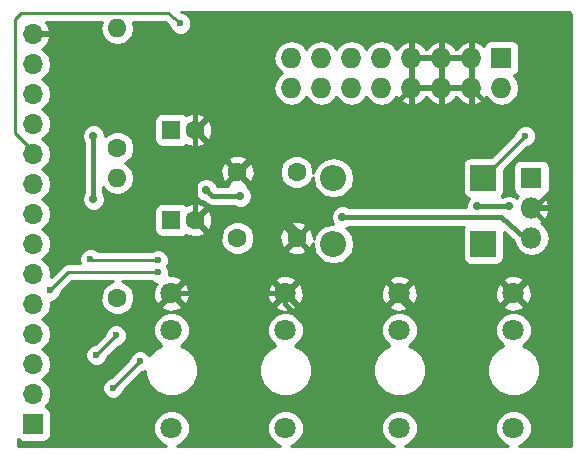
<source format=gbl>
%TF.GenerationSoftware,KiCad,Pcbnew,4.0.6*%
%TF.CreationDate,2017-08-26T10:37:18+02:00*%
%TF.ProjectId,EW Power Breakout,455720506F77657220427265616B6F75,1.0*%
%TF.FileFunction,Copper,L2,Bot,Signal*%
%FSLAX46Y46*%
G04 Gerber Fmt 4.6, Leading zero omitted, Abs format (unit mm)*
G04 Created by KiCad (PCBNEW 4.0.6) date 2017 August 26, Saturday 10:37:18*
%MOMM*%
%LPD*%
G01*
G04 APERTURE LIST*
%ADD10C,0.100000*%
%ADD11R,1.727200X1.727200*%
%ADD12O,1.727200X1.727200*%
%ADD13C,1.800000*%
%ADD14R,1.600000X1.600000*%
%ADD15C,1.600000*%
%ADD16R,2.200000X2.200000*%
%ADD17O,2.200000X2.200000*%
%ADD18R,1.700000X1.700000*%
%ADD19O,1.700000X1.700000*%
%ADD20O,1.600000X1.600000*%
%ADD21R,1.800000X1.800000*%
%ADD22O,1.800000X1.800000*%
%ADD23C,0.700000*%
%ADD24C,0.600000*%
%ADD25C,0.400000*%
%ADD26C,0.250000*%
%ADD27C,0.254000*%
G04 APERTURE END LIST*
D10*
D11*
X196596000Y-111252000D03*
D12*
X196596000Y-113792000D03*
X194056000Y-111252000D03*
X194056000Y-113792000D03*
X191516000Y-111252000D03*
X191516000Y-113792000D03*
X188976000Y-111252000D03*
X188976000Y-113792000D03*
X186436000Y-111252000D03*
X186436000Y-113792000D03*
X183896000Y-111252000D03*
X183896000Y-113792000D03*
X181356000Y-111252000D03*
X181356000Y-113792000D03*
X178816000Y-111252000D03*
X178816000Y-113792000D03*
D13*
X168656000Y-134288000D03*
X168656000Y-131188000D03*
X168656000Y-142588000D03*
D14*
X168656000Y-124968000D03*
D15*
X170656000Y-124968000D03*
D14*
X168656000Y-117348000D03*
D15*
X170656000Y-117348000D03*
X174244000Y-120904000D03*
X179244000Y-120904000D03*
X174244000Y-126492000D03*
X179244000Y-126492000D03*
D16*
X195072000Y-121412000D03*
D17*
X182372000Y-121412000D03*
D16*
X195072000Y-127000000D03*
D17*
X182372000Y-127000000D03*
D18*
X156972000Y-142240000D03*
D19*
X156972000Y-139700000D03*
X156972000Y-137160000D03*
X156972000Y-134620000D03*
X156972000Y-132080000D03*
X156972000Y-129540000D03*
X156972000Y-127000000D03*
X156972000Y-124460000D03*
X156972000Y-121920000D03*
X156972000Y-119380000D03*
X156972000Y-116840000D03*
X156972000Y-114300000D03*
X156972000Y-111760000D03*
X156972000Y-109220000D03*
D15*
X164084000Y-118872000D03*
D20*
X164084000Y-108712000D03*
D15*
X164084000Y-131572000D03*
D20*
X164084000Y-121412000D03*
D21*
X199136000Y-121412000D03*
D22*
X199136000Y-123952000D03*
X199136000Y-126492000D03*
D13*
X178308000Y-134288000D03*
X178308000Y-131188000D03*
X178308000Y-142588000D03*
X187960000Y-134288000D03*
X187960000Y-131188000D03*
X187960000Y-142588000D03*
X197612000Y-134288000D03*
X197612000Y-131188000D03*
X197612000Y-142588000D03*
D23*
X174498000Y-122936000D03*
X171577000Y-122428000D03*
X197231000Y-123825000D03*
X194564000Y-123825000D03*
X162052000Y-117856000D03*
X162052000Y-123190000D03*
X183134000Y-124714000D03*
D24*
X198628000Y-117856000D03*
X169418000Y-108331000D03*
X165989000Y-136906000D03*
X163703000Y-139192000D03*
X162306000Y-136398000D03*
X163957000Y-134747000D03*
X167513000Y-129413000D03*
X158369000Y-130937000D03*
X167513000Y-128397000D03*
X161798000Y-128270000D03*
D25*
X172085000Y-122936000D02*
X174498000Y-122936000D01*
X171577000Y-122428000D02*
X172085000Y-122936000D01*
X197231000Y-123825000D02*
X194564000Y-123825000D01*
X188976000Y-111252000D02*
X188976000Y-110744000D01*
X199136000Y-123952000D02*
X199390000Y-123952000D01*
X199390000Y-123952000D02*
X200914000Y-122428000D01*
X196088000Y-115824000D02*
X194056000Y-113792000D01*
X198120000Y-115824000D02*
X196088000Y-115824000D01*
X200914000Y-118618000D02*
X198120000Y-115824000D01*
X200914000Y-122428000D02*
X200914000Y-118618000D01*
X174244000Y-120904000D02*
X174371000Y-120904000D01*
X174371000Y-120904000D02*
X179705000Y-115570000D01*
X187198000Y-115570000D02*
X188976000Y-113792000D01*
X179705000Y-115570000D02*
X187198000Y-115570000D01*
X178308000Y-131188000D02*
X178308000Y-132080000D01*
X178308000Y-132080000D02*
X186436000Y-140208000D01*
X186436000Y-140208000D02*
X196596000Y-140208000D01*
X187960000Y-131188000D02*
X187960000Y-131572000D01*
X187960000Y-131572000D02*
X196596000Y-140208000D01*
X196596000Y-140208000D02*
X199136000Y-140208000D01*
X199136000Y-140208000D02*
X200660000Y-138684000D01*
X200660000Y-138684000D02*
X200660000Y-134236000D01*
X200660000Y-134236000D02*
X197612000Y-131188000D01*
X156972000Y-109220000D02*
X161544000Y-109220000D01*
X164084000Y-111760000D02*
X170656000Y-111760000D01*
X161544000Y-109220000D02*
X164084000Y-111760000D01*
X170656000Y-117348000D02*
X170656000Y-111760000D01*
X170656000Y-117348000D02*
X170656000Y-124968000D01*
X174244000Y-120904000D02*
X174212000Y-120904000D01*
X174212000Y-120904000D02*
X170656000Y-117348000D01*
X174212000Y-120904000D02*
X179244000Y-125936000D01*
X179244000Y-125936000D02*
X179244000Y-126492000D01*
X197612000Y-131188000D02*
X197612000Y-131064000D01*
X197612000Y-131064000D02*
X201168000Y-127508000D01*
X201168000Y-127508000D02*
X201168000Y-125984000D01*
X201168000Y-125984000D02*
X199136000Y-123952000D01*
X168656000Y-131188000D02*
X178308000Y-131188000D01*
X162052000Y-123190000D02*
X162052000Y-117856000D01*
X199136000Y-126492000D02*
X198628000Y-126492000D01*
X198628000Y-126492000D02*
X196596000Y-124714000D01*
X196596000Y-124714000D02*
X183134000Y-124714000D01*
D26*
X198628000Y-117856000D02*
X195072000Y-121412000D01*
X156972000Y-119380000D02*
X156972000Y-119126000D01*
X156972000Y-119126000D02*
X155448000Y-117602000D01*
X155448000Y-117602000D02*
X155448000Y-107950000D01*
X155448000Y-107950000D02*
X155956000Y-107442000D01*
X155956000Y-107442000D02*
X168402000Y-107442000D01*
X168402000Y-107442000D02*
X169418000Y-108331000D01*
X163703000Y-139192000D02*
X165989000Y-136906000D01*
X162306000Y-136398000D02*
X163957000Y-134747000D01*
X159893000Y-129413000D02*
X167513000Y-129413000D01*
X158369000Y-130937000D02*
X159893000Y-129413000D01*
X161925000Y-128397000D02*
X167513000Y-128397000D01*
X161798000Y-128270000D02*
X161925000Y-128397000D01*
D27*
G36*
X202490000Y-107538305D02*
X202490000Y-144048394D01*
X202468394Y-144070000D01*
X198044902Y-144070000D01*
X198480371Y-143890068D01*
X198912551Y-143458643D01*
X199146733Y-142894670D01*
X199147265Y-142284009D01*
X198914068Y-141719629D01*
X198482643Y-141287449D01*
X197918670Y-141053267D01*
X197308009Y-141052735D01*
X196743629Y-141285932D01*
X196311449Y-141717357D01*
X196077267Y-142281330D01*
X196076735Y-142891991D01*
X196309932Y-143456371D01*
X196741357Y-143888551D01*
X197178335Y-144070000D01*
X188392902Y-144070000D01*
X188828371Y-143890068D01*
X189260551Y-143458643D01*
X189494733Y-142894670D01*
X189495265Y-142284009D01*
X189262068Y-141719629D01*
X188830643Y-141287449D01*
X188266670Y-141053267D01*
X187656009Y-141052735D01*
X187091629Y-141285932D01*
X186659449Y-141717357D01*
X186425267Y-142281330D01*
X186424735Y-142891991D01*
X186657932Y-143456371D01*
X187089357Y-143888551D01*
X187526335Y-144070000D01*
X178740902Y-144070000D01*
X179176371Y-143890068D01*
X179608551Y-143458643D01*
X179842733Y-142894670D01*
X179843265Y-142284009D01*
X179610068Y-141719629D01*
X179178643Y-141287449D01*
X178614670Y-141053267D01*
X178004009Y-141052735D01*
X177439629Y-141285932D01*
X177007449Y-141717357D01*
X176773267Y-142281330D01*
X176772735Y-142891991D01*
X177005932Y-143456371D01*
X177437357Y-143888551D01*
X177874335Y-144070000D01*
X169088902Y-144070000D01*
X169524371Y-143890068D01*
X169956551Y-143458643D01*
X170190733Y-142894670D01*
X170191265Y-142284009D01*
X169958068Y-141719629D01*
X169526643Y-141287449D01*
X168962670Y-141053267D01*
X168352009Y-141052735D01*
X167787629Y-141285932D01*
X167355449Y-141717357D01*
X167121267Y-142281330D01*
X167120735Y-142891991D01*
X167353932Y-143456371D01*
X167785357Y-143888551D01*
X168222335Y-144070000D01*
X155650000Y-144070000D01*
X155650000Y-143529149D01*
X155657910Y-143541441D01*
X155870110Y-143686431D01*
X156122000Y-143737440D01*
X157822000Y-143737440D01*
X158057317Y-143693162D01*
X158273441Y-143554090D01*
X158418431Y-143341890D01*
X158469440Y-143090000D01*
X158469440Y-141390000D01*
X158425162Y-141154683D01*
X158286090Y-140938559D01*
X158073890Y-140793569D01*
X158006459Y-140779914D01*
X158051147Y-140750054D01*
X158373054Y-140268285D01*
X158486093Y-139700000D01*
X158421878Y-139377167D01*
X162767838Y-139377167D01*
X162909883Y-139720943D01*
X163172673Y-139984192D01*
X163516201Y-140126838D01*
X163888167Y-140127162D01*
X164231943Y-139985117D01*
X164495192Y-139722327D01*
X164637838Y-139378799D01*
X164637879Y-139331923D01*
X166128680Y-137841122D01*
X166174167Y-137841162D01*
X166420937Y-137739199D01*
X166420613Y-138110619D01*
X166760155Y-138932372D01*
X167388321Y-139561636D01*
X168209481Y-139902611D01*
X169098619Y-139903387D01*
X169920372Y-139563845D01*
X170549636Y-138935679D01*
X170890611Y-138114519D01*
X170890614Y-138110619D01*
X176072613Y-138110619D01*
X176412155Y-138932372D01*
X177040321Y-139561636D01*
X177861481Y-139902611D01*
X178750619Y-139903387D01*
X179572372Y-139563845D01*
X180201636Y-138935679D01*
X180542611Y-138114519D01*
X180542614Y-138110619D01*
X185724613Y-138110619D01*
X186064155Y-138932372D01*
X186692321Y-139561636D01*
X187513481Y-139902611D01*
X188402619Y-139903387D01*
X189224372Y-139563845D01*
X189853636Y-138935679D01*
X190194611Y-138114519D01*
X190194614Y-138110619D01*
X195376613Y-138110619D01*
X195716155Y-138932372D01*
X196344321Y-139561636D01*
X197165481Y-139902611D01*
X198054619Y-139903387D01*
X198876372Y-139563845D01*
X199505636Y-138935679D01*
X199846611Y-138114519D01*
X199847387Y-137225381D01*
X199507845Y-136403628D01*
X198879679Y-135774364D01*
X198458053Y-135599290D01*
X198480371Y-135590068D01*
X198912551Y-135158643D01*
X199146733Y-134594670D01*
X199147265Y-133984009D01*
X198914068Y-133419629D01*
X198482643Y-132987449D01*
X197918670Y-132753267D01*
X197308009Y-132752735D01*
X196743629Y-132985932D01*
X196311449Y-133417357D01*
X196077267Y-133981330D01*
X196076735Y-134591991D01*
X196309932Y-135156371D01*
X196741357Y-135588551D01*
X196766607Y-135599036D01*
X196347628Y-135772155D01*
X195718364Y-136400321D01*
X195377389Y-137221481D01*
X195376613Y-138110619D01*
X190194614Y-138110619D01*
X190195387Y-137225381D01*
X189855845Y-136403628D01*
X189227679Y-135774364D01*
X188806053Y-135599290D01*
X188828371Y-135590068D01*
X189260551Y-135158643D01*
X189494733Y-134594670D01*
X189495265Y-133984009D01*
X189262068Y-133419629D01*
X188830643Y-132987449D01*
X188266670Y-132753267D01*
X187656009Y-132752735D01*
X187091629Y-132985932D01*
X186659449Y-133417357D01*
X186425267Y-133981330D01*
X186424735Y-134591991D01*
X186657932Y-135156371D01*
X187089357Y-135588551D01*
X187114607Y-135599036D01*
X186695628Y-135772155D01*
X186066364Y-136400321D01*
X185725389Y-137221481D01*
X185724613Y-138110619D01*
X180542614Y-138110619D01*
X180543387Y-137225381D01*
X180203845Y-136403628D01*
X179575679Y-135774364D01*
X179154053Y-135599290D01*
X179176371Y-135590068D01*
X179608551Y-135158643D01*
X179842733Y-134594670D01*
X179843265Y-133984009D01*
X179610068Y-133419629D01*
X179178643Y-132987449D01*
X178614670Y-132753267D01*
X178004009Y-132752735D01*
X177439629Y-132985932D01*
X177007449Y-133417357D01*
X176773267Y-133981330D01*
X176772735Y-134591991D01*
X177005932Y-135156371D01*
X177437357Y-135588551D01*
X177462607Y-135599036D01*
X177043628Y-135772155D01*
X176414364Y-136400321D01*
X176073389Y-137221481D01*
X176072613Y-138110619D01*
X170890614Y-138110619D01*
X170891387Y-137225381D01*
X170551845Y-136403628D01*
X169923679Y-135774364D01*
X169502053Y-135599290D01*
X169524371Y-135590068D01*
X169956551Y-135158643D01*
X170190733Y-134594670D01*
X170191265Y-133984009D01*
X169958068Y-133419629D01*
X169526643Y-132987449D01*
X168962670Y-132753267D01*
X168352009Y-132752735D01*
X167787629Y-132985932D01*
X167355449Y-133417357D01*
X167121267Y-133981330D01*
X167120735Y-134591991D01*
X167353932Y-135156371D01*
X167785357Y-135588551D01*
X167810607Y-135599036D01*
X167391628Y-135772155D01*
X166783154Y-136379567D01*
X166782117Y-136377057D01*
X166519327Y-136113808D01*
X166175799Y-135971162D01*
X165803833Y-135970838D01*
X165460057Y-136112883D01*
X165196808Y-136375673D01*
X165054162Y-136719201D01*
X165054121Y-136766077D01*
X163563320Y-138256878D01*
X163517833Y-138256838D01*
X163174057Y-138398883D01*
X162910808Y-138661673D01*
X162768162Y-139005201D01*
X162767838Y-139377167D01*
X158421878Y-139377167D01*
X158373054Y-139131715D01*
X158051147Y-138649946D01*
X157721974Y-138430000D01*
X158051147Y-138210054D01*
X158373054Y-137728285D01*
X158486093Y-137160000D01*
X158373054Y-136591715D01*
X158367343Y-136583167D01*
X161370838Y-136583167D01*
X161512883Y-136926943D01*
X161775673Y-137190192D01*
X162119201Y-137332838D01*
X162491167Y-137333162D01*
X162834943Y-137191117D01*
X163098192Y-136928327D01*
X163240838Y-136584799D01*
X163240879Y-136537923D01*
X164096680Y-135682122D01*
X164142167Y-135682162D01*
X164485943Y-135540117D01*
X164749192Y-135277327D01*
X164891838Y-134933799D01*
X164892162Y-134561833D01*
X164750117Y-134218057D01*
X164487327Y-133954808D01*
X164143799Y-133812162D01*
X163771833Y-133811838D01*
X163428057Y-133953883D01*
X163164808Y-134216673D01*
X163022162Y-134560201D01*
X163022121Y-134607077D01*
X162166320Y-135462878D01*
X162120833Y-135462838D01*
X161777057Y-135604883D01*
X161513808Y-135867673D01*
X161371162Y-136211201D01*
X161370838Y-136583167D01*
X158367343Y-136583167D01*
X158051147Y-136109946D01*
X157721974Y-135890000D01*
X158051147Y-135670054D01*
X158373054Y-135188285D01*
X158486093Y-134620000D01*
X158373054Y-134051715D01*
X158051147Y-133569946D01*
X157721974Y-133350000D01*
X158051147Y-133130054D01*
X158373054Y-132648285D01*
X158486093Y-132080000D01*
X158444732Y-131872067D01*
X158554167Y-131872162D01*
X158897943Y-131730117D01*
X159161192Y-131467327D01*
X159303838Y-131123799D01*
X159303879Y-131076923D01*
X160207802Y-130173000D01*
X163712086Y-130173000D01*
X163272200Y-130354757D01*
X162868176Y-130758077D01*
X162649250Y-131285309D01*
X162648752Y-131856187D01*
X162866757Y-132383800D01*
X163270077Y-132787824D01*
X163797309Y-133006750D01*
X164368187Y-133007248D01*
X164895800Y-132789243D01*
X165299824Y-132385923D01*
X165348723Y-132268159D01*
X167755446Y-132268159D01*
X167841852Y-132524643D01*
X168415336Y-132734458D01*
X169025460Y-132708839D01*
X169470148Y-132524643D01*
X169556554Y-132268159D01*
X177407446Y-132268159D01*
X177493852Y-132524643D01*
X178067336Y-132734458D01*
X178677460Y-132708839D01*
X179122148Y-132524643D01*
X179208554Y-132268159D01*
X187059446Y-132268159D01*
X187145852Y-132524643D01*
X187719336Y-132734458D01*
X188329460Y-132708839D01*
X188774148Y-132524643D01*
X188860554Y-132268159D01*
X196711446Y-132268159D01*
X196797852Y-132524643D01*
X197371336Y-132734458D01*
X197981460Y-132708839D01*
X198426148Y-132524643D01*
X198512554Y-132268159D01*
X197612000Y-131367605D01*
X196711446Y-132268159D01*
X188860554Y-132268159D01*
X187960000Y-131367605D01*
X187059446Y-132268159D01*
X179208554Y-132268159D01*
X178308000Y-131367605D01*
X177407446Y-132268159D01*
X169556554Y-132268159D01*
X168656000Y-131367605D01*
X167755446Y-132268159D01*
X165348723Y-132268159D01*
X165518750Y-131858691D01*
X165519248Y-131287813D01*
X165301243Y-130760200D01*
X164897923Y-130356176D01*
X164456787Y-130173000D01*
X166950537Y-130173000D01*
X166982673Y-130205192D01*
X167326201Y-130347838D01*
X167396394Y-130347899D01*
X167319357Y-130373852D01*
X167109542Y-130947336D01*
X167135161Y-131557460D01*
X167319357Y-132002148D01*
X167575841Y-132088554D01*
X168476395Y-131188000D01*
X168835605Y-131188000D01*
X169736159Y-132088554D01*
X169992643Y-132002148D01*
X170202458Y-131428664D01*
X170182248Y-130947336D01*
X176761542Y-130947336D01*
X176787161Y-131557460D01*
X176971357Y-132002148D01*
X177227841Y-132088554D01*
X178128395Y-131188000D01*
X178487605Y-131188000D01*
X179388159Y-132088554D01*
X179644643Y-132002148D01*
X179854458Y-131428664D01*
X179834248Y-130947336D01*
X186413542Y-130947336D01*
X186439161Y-131557460D01*
X186623357Y-132002148D01*
X186879841Y-132088554D01*
X187780395Y-131188000D01*
X188139605Y-131188000D01*
X189040159Y-132088554D01*
X189296643Y-132002148D01*
X189506458Y-131428664D01*
X189486248Y-130947336D01*
X196065542Y-130947336D01*
X196091161Y-131557460D01*
X196275357Y-132002148D01*
X196531841Y-132088554D01*
X197432395Y-131188000D01*
X197791605Y-131188000D01*
X198692159Y-132088554D01*
X198948643Y-132002148D01*
X199158458Y-131428664D01*
X199132839Y-130818540D01*
X198948643Y-130373852D01*
X198692159Y-130287446D01*
X197791605Y-131188000D01*
X197432395Y-131188000D01*
X196531841Y-130287446D01*
X196275357Y-130373852D01*
X196065542Y-130947336D01*
X189486248Y-130947336D01*
X189480839Y-130818540D01*
X189296643Y-130373852D01*
X189040159Y-130287446D01*
X188139605Y-131188000D01*
X187780395Y-131188000D01*
X186879841Y-130287446D01*
X186623357Y-130373852D01*
X186413542Y-130947336D01*
X179834248Y-130947336D01*
X179828839Y-130818540D01*
X179644643Y-130373852D01*
X179388159Y-130287446D01*
X178487605Y-131188000D01*
X178128395Y-131188000D01*
X177227841Y-130287446D01*
X176971357Y-130373852D01*
X176761542Y-130947336D01*
X170182248Y-130947336D01*
X170176839Y-130818540D01*
X169992643Y-130373852D01*
X169736159Y-130287446D01*
X168835605Y-131188000D01*
X168476395Y-131188000D01*
X168462253Y-131173858D01*
X168641858Y-130994253D01*
X168656000Y-131008395D01*
X169556554Y-130107841D01*
X177407446Y-130107841D01*
X178308000Y-131008395D01*
X179208554Y-130107841D01*
X187059446Y-130107841D01*
X187960000Y-131008395D01*
X188860554Y-130107841D01*
X196711446Y-130107841D01*
X197612000Y-131008395D01*
X198512554Y-130107841D01*
X198426148Y-129851357D01*
X197852664Y-129641542D01*
X197242540Y-129667161D01*
X196797852Y-129851357D01*
X196711446Y-130107841D01*
X188860554Y-130107841D01*
X188774148Y-129851357D01*
X188200664Y-129641542D01*
X187590540Y-129667161D01*
X187145852Y-129851357D01*
X187059446Y-130107841D01*
X179208554Y-130107841D01*
X179122148Y-129851357D01*
X178548664Y-129641542D01*
X177938540Y-129667161D01*
X177493852Y-129851357D01*
X177407446Y-130107841D01*
X169556554Y-130107841D01*
X169470148Y-129851357D01*
X168896664Y-129641542D01*
X168422233Y-129661463D01*
X168447838Y-129599799D01*
X168448162Y-129227833D01*
X168314617Y-128904629D01*
X168447838Y-128583799D01*
X168448162Y-128211833D01*
X168306117Y-127868057D01*
X168043327Y-127604808D01*
X167699799Y-127462162D01*
X167327833Y-127461838D01*
X166984057Y-127603883D01*
X166950882Y-127637000D01*
X162487241Y-127637000D01*
X162328327Y-127477808D01*
X161984799Y-127335162D01*
X161612833Y-127334838D01*
X161269057Y-127476883D01*
X161005808Y-127739673D01*
X160863162Y-128083201D01*
X160862838Y-128455167D01*
X160944581Y-128653000D01*
X159893000Y-128653000D01*
X159674660Y-128696431D01*
X159602160Y-128710852D01*
X159355599Y-128875599D01*
X158435165Y-129796033D01*
X158486093Y-129540000D01*
X158373054Y-128971715D01*
X158051147Y-128489946D01*
X157721974Y-128270000D01*
X158051147Y-128050054D01*
X158373054Y-127568285D01*
X158486093Y-127000000D01*
X158441574Y-126776187D01*
X172808752Y-126776187D01*
X173026757Y-127303800D01*
X173430077Y-127707824D01*
X173957309Y-127926750D01*
X174528187Y-127927248D01*
X175055800Y-127709243D01*
X175265663Y-127499745D01*
X178415861Y-127499745D01*
X178489995Y-127745864D01*
X179027223Y-127938965D01*
X179597454Y-127911778D01*
X179998005Y-127745864D01*
X180072139Y-127499745D01*
X179244000Y-126671605D01*
X178415861Y-127499745D01*
X175265663Y-127499745D01*
X175459824Y-127305923D01*
X175678750Y-126778691D01*
X175679189Y-126275223D01*
X177797035Y-126275223D01*
X177824222Y-126845454D01*
X177990136Y-127246005D01*
X178236255Y-127320139D01*
X179064395Y-126492000D01*
X179423605Y-126492000D01*
X180251745Y-127320139D01*
X180497864Y-127246005D01*
X180623728Y-126895837D01*
X180603009Y-127000000D01*
X180735078Y-127663956D01*
X181111179Y-128226830D01*
X181674053Y-128602931D01*
X182338009Y-128735000D01*
X182405991Y-128735000D01*
X183069947Y-128602931D01*
X183632821Y-128226830D01*
X184008922Y-127663956D01*
X184140991Y-127000000D01*
X184008922Y-126336044D01*
X183632821Y-125773170D01*
X183448326Y-125649894D01*
X183691229Y-125549529D01*
X183691759Y-125549000D01*
X193443288Y-125549000D01*
X193375569Y-125648110D01*
X193324560Y-125900000D01*
X193324560Y-128100000D01*
X193368838Y-128335317D01*
X193507910Y-128551441D01*
X193720110Y-128696431D01*
X193972000Y-128747440D01*
X196172000Y-128747440D01*
X196407317Y-128703162D01*
X196623441Y-128564090D01*
X196768431Y-128351890D01*
X196819440Y-128100000D01*
X196819440Y-126019032D01*
X197644548Y-126741001D01*
X197717845Y-127109491D01*
X198050591Y-127607481D01*
X198548581Y-127940227D01*
X199136000Y-128057072D01*
X199723419Y-127940227D01*
X200221409Y-127607481D01*
X200554155Y-127109491D01*
X200671000Y-126522072D01*
X200671000Y-126461928D01*
X200554155Y-125874509D01*
X200221409Y-125376519D01*
X199983418Y-125217499D01*
X200373966Y-124859576D01*
X200627046Y-124316742D01*
X200506997Y-124079000D01*
X199263000Y-124079000D01*
X199263000Y-124099000D01*
X199009000Y-124099000D01*
X199009000Y-124079000D01*
X198989000Y-124079000D01*
X198989000Y-123825000D01*
X199009000Y-123825000D01*
X199009000Y-123805000D01*
X199263000Y-123805000D01*
X199263000Y-123825000D01*
X200506997Y-123825000D01*
X200627046Y-123587258D01*
X200373966Y-123044424D01*
X200239462Y-122921156D01*
X200271317Y-122915162D01*
X200487441Y-122776090D01*
X200632431Y-122563890D01*
X200683440Y-122312000D01*
X200683440Y-120512000D01*
X200639162Y-120276683D01*
X200500090Y-120060559D01*
X200287890Y-119915569D01*
X200036000Y-119864560D01*
X198236000Y-119864560D01*
X198000683Y-119908838D01*
X197784559Y-120047910D01*
X197639569Y-120260110D01*
X197588560Y-120512000D01*
X197588560Y-122312000D01*
X197632838Y-122547317D01*
X197771910Y-122763441D01*
X197984110Y-122908431D01*
X198035146Y-122918766D01*
X197898034Y-123044424D01*
X197880696Y-123081613D01*
X197789686Y-122990445D01*
X197427788Y-122840172D01*
X197035931Y-122839830D01*
X196673771Y-122989471D01*
X196673241Y-122990000D01*
X196601824Y-122990000D01*
X196623441Y-122976090D01*
X196768431Y-122763890D01*
X196819440Y-122512000D01*
X196819440Y-120739362D01*
X198767680Y-118791122D01*
X198813167Y-118791162D01*
X199156943Y-118649117D01*
X199420192Y-118386327D01*
X199562838Y-118042799D01*
X199563162Y-117670833D01*
X199421117Y-117327057D01*
X199158327Y-117063808D01*
X198814799Y-116921162D01*
X198442833Y-116920838D01*
X198099057Y-117062883D01*
X197835808Y-117325673D01*
X197693162Y-117669201D01*
X197693121Y-117716077D01*
X195744638Y-119664560D01*
X193972000Y-119664560D01*
X193736683Y-119708838D01*
X193520559Y-119847910D01*
X193375569Y-120060110D01*
X193324560Y-120312000D01*
X193324560Y-122512000D01*
X193368838Y-122747317D01*
X193507910Y-122963441D01*
X193720110Y-123108431D01*
X193859356Y-123136629D01*
X193729445Y-123266314D01*
X193579172Y-123628212D01*
X193578953Y-123879000D01*
X183691614Y-123879000D01*
X183330788Y-123729172D01*
X182938931Y-123728830D01*
X182576771Y-123878471D01*
X182299445Y-124155314D01*
X182149172Y-124517212D01*
X182148830Y-124909069D01*
X182298471Y-125271229D01*
X182299833Y-125272594D01*
X181674053Y-125397069D01*
X181111179Y-125773170D01*
X180735078Y-126336044D01*
X180685159Y-126587003D01*
X180663778Y-126138546D01*
X180497864Y-125737995D01*
X180251745Y-125663861D01*
X179423605Y-126492000D01*
X179064395Y-126492000D01*
X178236255Y-125663861D01*
X177990136Y-125737995D01*
X177797035Y-126275223D01*
X175679189Y-126275223D01*
X175679248Y-126207813D01*
X175461243Y-125680200D01*
X175265640Y-125484255D01*
X178415861Y-125484255D01*
X179244000Y-126312395D01*
X180072139Y-125484255D01*
X179998005Y-125238136D01*
X179460777Y-125045035D01*
X178890546Y-125072222D01*
X178489995Y-125238136D01*
X178415861Y-125484255D01*
X175265640Y-125484255D01*
X175057923Y-125276176D01*
X174530691Y-125057250D01*
X173959813Y-125056752D01*
X173432200Y-125274757D01*
X173028176Y-125678077D01*
X172809250Y-126205309D01*
X172808752Y-126776187D01*
X158441574Y-126776187D01*
X158373054Y-126431715D01*
X158051147Y-125949946D01*
X157721974Y-125730000D01*
X158051147Y-125510054D01*
X158373054Y-125028285D01*
X158486093Y-124460000D01*
X158373054Y-123891715D01*
X158051147Y-123409946D01*
X157721974Y-123190000D01*
X158051147Y-122970054D01*
X158373054Y-122488285D01*
X158486093Y-121920000D01*
X158373054Y-121351715D01*
X158051147Y-120869946D01*
X157721974Y-120650000D01*
X158051147Y-120430054D01*
X158373054Y-119948285D01*
X158486093Y-119380000D01*
X158373054Y-118811715D01*
X158051147Y-118329946D01*
X157721974Y-118110000D01*
X157810170Y-118051069D01*
X161066830Y-118051069D01*
X161216471Y-118413229D01*
X161217000Y-118413759D01*
X161217000Y-122632386D01*
X161067172Y-122993212D01*
X161066830Y-123385069D01*
X161216471Y-123747229D01*
X161493314Y-124024555D01*
X161855212Y-124174828D01*
X162247069Y-124175170D01*
X162264421Y-124168000D01*
X167208560Y-124168000D01*
X167208560Y-125768000D01*
X167252838Y-126003317D01*
X167391910Y-126219441D01*
X167604110Y-126364431D01*
X167856000Y-126415440D01*
X169456000Y-126415440D01*
X169691317Y-126371162D01*
X169907441Y-126232090D01*
X169911977Y-126225452D01*
X170439223Y-126414965D01*
X171009454Y-126387778D01*
X171410005Y-126221864D01*
X171484139Y-125975745D01*
X170656000Y-125147605D01*
X170641858Y-125161748D01*
X170462253Y-124982143D01*
X170476395Y-124968000D01*
X170835605Y-124968000D01*
X171663745Y-125796139D01*
X171909864Y-125722005D01*
X172102965Y-125184777D01*
X172075778Y-124614546D01*
X171909864Y-124213995D01*
X171663745Y-124139861D01*
X170835605Y-124968000D01*
X170476395Y-124968000D01*
X170462253Y-124953858D01*
X170641858Y-124774252D01*
X170656000Y-124788395D01*
X171484139Y-123960255D01*
X171410005Y-123714136D01*
X170872777Y-123521035D01*
X170302546Y-123548222D01*
X169911053Y-123710384D01*
X169707890Y-123571569D01*
X169456000Y-123520560D01*
X167856000Y-123520560D01*
X167620683Y-123564838D01*
X167404559Y-123703910D01*
X167259569Y-123916110D01*
X167208560Y-124168000D01*
X162264421Y-124168000D01*
X162609229Y-124025529D01*
X162886555Y-123748686D01*
X163036828Y-123386788D01*
X163037170Y-122994931D01*
X162887529Y-122632771D01*
X162887000Y-122632241D01*
X162887000Y-122181977D01*
X163069302Y-122454811D01*
X163534849Y-122765880D01*
X164084000Y-122875113D01*
X164633151Y-122765880D01*
X164846882Y-122623069D01*
X170591830Y-122623069D01*
X170741471Y-122985229D01*
X171018314Y-123262555D01*
X171380212Y-123412828D01*
X171380960Y-123412829D01*
X171494565Y-123526434D01*
X171630012Y-123616936D01*
X171765459Y-123707439D01*
X172085000Y-123771000D01*
X173940386Y-123771000D01*
X174301212Y-123920828D01*
X174693069Y-123921170D01*
X175055229Y-123771529D01*
X175332555Y-123494686D01*
X175482828Y-123132788D01*
X175483170Y-122740931D01*
X175333529Y-122378771D01*
X175056686Y-122101445D01*
X175019633Y-122086059D01*
X175072139Y-121911745D01*
X174244000Y-121083605D01*
X173415861Y-121911745D01*
X173472867Y-122101000D01*
X172507657Y-122101000D01*
X172412529Y-121870771D01*
X172135686Y-121593445D01*
X171773788Y-121443172D01*
X171381931Y-121442830D01*
X171019771Y-121592471D01*
X170742445Y-121869314D01*
X170592172Y-122231212D01*
X170591830Y-122623069D01*
X164846882Y-122623069D01*
X165098698Y-122454811D01*
X165409767Y-121989264D01*
X165519000Y-121440113D01*
X165519000Y-121383887D01*
X165409767Y-120834736D01*
X165311202Y-120687223D01*
X172797035Y-120687223D01*
X172824222Y-121257454D01*
X172990136Y-121658005D01*
X173236255Y-121732139D01*
X174064395Y-120904000D01*
X174423605Y-120904000D01*
X175251745Y-121732139D01*
X175497864Y-121658005D01*
X175666735Y-121188187D01*
X177808752Y-121188187D01*
X178026757Y-121715800D01*
X178430077Y-122119824D01*
X178957309Y-122338750D01*
X179528187Y-122339248D01*
X180055800Y-122121243D01*
X180459824Y-121717923D01*
X180617863Y-121337322D01*
X180603009Y-121412000D01*
X180735078Y-122075956D01*
X181111179Y-122638830D01*
X181674053Y-123014931D01*
X182338009Y-123147000D01*
X182405991Y-123147000D01*
X183069947Y-123014931D01*
X183632821Y-122638830D01*
X184008922Y-122075956D01*
X184140991Y-121412000D01*
X184008922Y-120748044D01*
X183632821Y-120185170D01*
X183069947Y-119809069D01*
X182405991Y-119677000D01*
X182338009Y-119677000D01*
X181674053Y-119809069D01*
X181111179Y-120185170D01*
X180735078Y-120748044D01*
X180678890Y-121030522D01*
X180679248Y-120619813D01*
X180461243Y-120092200D01*
X180057923Y-119688176D01*
X179530691Y-119469250D01*
X178959813Y-119468752D01*
X178432200Y-119686757D01*
X178028176Y-120090077D01*
X177809250Y-120617309D01*
X177808752Y-121188187D01*
X175666735Y-121188187D01*
X175690965Y-121120777D01*
X175663778Y-120550546D01*
X175497864Y-120149995D01*
X175251745Y-120075861D01*
X174423605Y-120904000D01*
X174064395Y-120904000D01*
X173236255Y-120075861D01*
X172990136Y-120149995D01*
X172797035Y-120687223D01*
X165311202Y-120687223D01*
X165098698Y-120369189D01*
X164762290Y-120144408D01*
X164895800Y-120089243D01*
X165089124Y-119896255D01*
X173415861Y-119896255D01*
X174244000Y-120724395D01*
X175072139Y-119896255D01*
X174998005Y-119650136D01*
X174460777Y-119457035D01*
X173890546Y-119484222D01*
X173489995Y-119650136D01*
X173415861Y-119896255D01*
X165089124Y-119896255D01*
X165299824Y-119685923D01*
X165518750Y-119158691D01*
X165519248Y-118587813D01*
X165301243Y-118060200D01*
X164897923Y-117656176D01*
X164370691Y-117437250D01*
X163799813Y-117436752D01*
X163272200Y-117654757D01*
X163036970Y-117889577D01*
X163037170Y-117660931D01*
X162887529Y-117298771D01*
X162610686Y-117021445D01*
X162248788Y-116871172D01*
X161856931Y-116870830D01*
X161494771Y-117020471D01*
X161217445Y-117297314D01*
X161067172Y-117659212D01*
X161066830Y-118051069D01*
X157810170Y-118051069D01*
X158051147Y-117890054D01*
X158373054Y-117408285D01*
X158486093Y-116840000D01*
X158428011Y-116548000D01*
X167208560Y-116548000D01*
X167208560Y-118148000D01*
X167252838Y-118383317D01*
X167391910Y-118599441D01*
X167604110Y-118744431D01*
X167856000Y-118795440D01*
X169456000Y-118795440D01*
X169691317Y-118751162D01*
X169907441Y-118612090D01*
X169911977Y-118605452D01*
X170439223Y-118794965D01*
X171009454Y-118767778D01*
X171410005Y-118601864D01*
X171484139Y-118355745D01*
X170656000Y-117527605D01*
X170641858Y-117541748D01*
X170462253Y-117362143D01*
X170476395Y-117348000D01*
X170835605Y-117348000D01*
X171663745Y-118176139D01*
X171909864Y-118102005D01*
X172102965Y-117564777D01*
X172075778Y-116994546D01*
X171909864Y-116593995D01*
X171663745Y-116519861D01*
X170835605Y-117348000D01*
X170476395Y-117348000D01*
X170462253Y-117333858D01*
X170641858Y-117154252D01*
X170656000Y-117168395D01*
X171484139Y-116340255D01*
X171410005Y-116094136D01*
X170872777Y-115901035D01*
X170302546Y-115928222D01*
X169911053Y-116090384D01*
X169707890Y-115951569D01*
X169456000Y-115900560D01*
X167856000Y-115900560D01*
X167620683Y-115944838D01*
X167404559Y-116083910D01*
X167259569Y-116296110D01*
X167208560Y-116548000D01*
X158428011Y-116548000D01*
X158373054Y-116271715D01*
X158051147Y-115789946D01*
X157721974Y-115570000D01*
X158051147Y-115350054D01*
X158373054Y-114868285D01*
X158486093Y-114300000D01*
X158373054Y-113731715D01*
X158051147Y-113249946D01*
X157721974Y-113030000D01*
X158051147Y-112810054D01*
X158373054Y-112328285D01*
X158486093Y-111760000D01*
X158385046Y-111252000D01*
X177288041Y-111252000D01*
X177402115Y-111825489D01*
X177726971Y-112311670D01*
X178041752Y-112522000D01*
X177726971Y-112732330D01*
X177402115Y-113218511D01*
X177288041Y-113792000D01*
X177402115Y-114365489D01*
X177726971Y-114851670D01*
X178213152Y-115176526D01*
X178786641Y-115290600D01*
X178845359Y-115290600D01*
X179418848Y-115176526D01*
X179905029Y-114851670D01*
X180086000Y-114580828D01*
X180266971Y-114851670D01*
X180753152Y-115176526D01*
X181326641Y-115290600D01*
X181385359Y-115290600D01*
X181958848Y-115176526D01*
X182445029Y-114851670D01*
X182626000Y-114580828D01*
X182806971Y-114851670D01*
X183293152Y-115176526D01*
X183866641Y-115290600D01*
X183925359Y-115290600D01*
X184498848Y-115176526D01*
X184985029Y-114851670D01*
X185166000Y-114580828D01*
X185346971Y-114851670D01*
X185833152Y-115176526D01*
X186406641Y-115290600D01*
X186465359Y-115290600D01*
X187038848Y-115176526D01*
X187525029Y-114851670D01*
X187705992Y-114580839D01*
X188087510Y-114998821D01*
X188616973Y-115246968D01*
X188849000Y-115126469D01*
X188849000Y-113919000D01*
X189103000Y-113919000D01*
X189103000Y-115126469D01*
X189335027Y-115246968D01*
X189864490Y-114998821D01*
X190246000Y-114580848D01*
X190627510Y-114998821D01*
X191156973Y-115246968D01*
X191389000Y-115126469D01*
X191389000Y-113919000D01*
X191643000Y-113919000D01*
X191643000Y-115126469D01*
X191875027Y-115246968D01*
X192404490Y-114998821D01*
X192786000Y-114580848D01*
X193167510Y-114998821D01*
X193696973Y-115246968D01*
X193929000Y-115126469D01*
X193929000Y-113919000D01*
X191643000Y-113919000D01*
X191389000Y-113919000D01*
X189103000Y-113919000D01*
X188849000Y-113919000D01*
X188829000Y-113919000D01*
X188829000Y-113665000D01*
X188849000Y-113665000D01*
X188849000Y-111379000D01*
X189103000Y-111379000D01*
X189103000Y-113665000D01*
X191389000Y-113665000D01*
X191389000Y-111379000D01*
X191643000Y-111379000D01*
X191643000Y-113665000D01*
X193929000Y-113665000D01*
X193929000Y-111379000D01*
X191643000Y-111379000D01*
X191389000Y-111379000D01*
X189103000Y-111379000D01*
X188849000Y-111379000D01*
X188829000Y-111379000D01*
X188829000Y-111125000D01*
X188849000Y-111125000D01*
X188849000Y-109917531D01*
X189103000Y-109917531D01*
X189103000Y-111125000D01*
X191389000Y-111125000D01*
X191389000Y-109917531D01*
X191643000Y-109917531D01*
X191643000Y-111125000D01*
X193929000Y-111125000D01*
X193929000Y-109917531D01*
X194183000Y-109917531D01*
X194183000Y-111125000D01*
X194203000Y-111125000D01*
X194203000Y-111379000D01*
X194183000Y-111379000D01*
X194183000Y-113665000D01*
X194203000Y-113665000D01*
X194203000Y-113919000D01*
X194183000Y-113919000D01*
X194183000Y-115126469D01*
X194415027Y-115246968D01*
X194944490Y-114998821D01*
X195326008Y-114580839D01*
X195506971Y-114851670D01*
X195993152Y-115176526D01*
X196566641Y-115290600D01*
X196625359Y-115290600D01*
X197198848Y-115176526D01*
X197685029Y-114851670D01*
X198009885Y-114365489D01*
X198123959Y-113792000D01*
X198009885Y-113218511D01*
X197685029Y-112732330D01*
X197671358Y-112723195D01*
X197694917Y-112718762D01*
X197911041Y-112579690D01*
X198056031Y-112367490D01*
X198107040Y-112115600D01*
X198107040Y-110388400D01*
X198062762Y-110153083D01*
X197923690Y-109936959D01*
X197711490Y-109791969D01*
X197459600Y-109740960D01*
X195732400Y-109740960D01*
X195497083Y-109785238D01*
X195280959Y-109924310D01*
X195135969Y-110136510D01*
X195116338Y-110233451D01*
X194944490Y-110045179D01*
X194415027Y-109797032D01*
X194183000Y-109917531D01*
X193929000Y-109917531D01*
X193696973Y-109797032D01*
X193167510Y-110045179D01*
X192786000Y-110463152D01*
X192404490Y-110045179D01*
X191875027Y-109797032D01*
X191643000Y-109917531D01*
X191389000Y-109917531D01*
X191156973Y-109797032D01*
X190627510Y-110045179D01*
X190246000Y-110463152D01*
X189864490Y-110045179D01*
X189335027Y-109797032D01*
X189103000Y-109917531D01*
X188849000Y-109917531D01*
X188616973Y-109797032D01*
X188087510Y-110045179D01*
X187705992Y-110463161D01*
X187525029Y-110192330D01*
X187038848Y-109867474D01*
X186465359Y-109753400D01*
X186406641Y-109753400D01*
X185833152Y-109867474D01*
X185346971Y-110192330D01*
X185166000Y-110463172D01*
X184985029Y-110192330D01*
X184498848Y-109867474D01*
X183925359Y-109753400D01*
X183866641Y-109753400D01*
X183293152Y-109867474D01*
X182806971Y-110192330D01*
X182626000Y-110463172D01*
X182445029Y-110192330D01*
X181958848Y-109867474D01*
X181385359Y-109753400D01*
X181326641Y-109753400D01*
X180753152Y-109867474D01*
X180266971Y-110192330D01*
X180086000Y-110463172D01*
X179905029Y-110192330D01*
X179418848Y-109867474D01*
X178845359Y-109753400D01*
X178786641Y-109753400D01*
X178213152Y-109867474D01*
X177726971Y-110192330D01*
X177402115Y-110678511D01*
X177288041Y-111252000D01*
X158385046Y-111252000D01*
X158373054Y-111191715D01*
X158051147Y-110709946D01*
X157710447Y-110482298D01*
X157853358Y-110415183D01*
X158243645Y-109986924D01*
X158413476Y-109576890D01*
X158292155Y-109347000D01*
X157099000Y-109347000D01*
X157099000Y-109367000D01*
X156845000Y-109367000D01*
X156845000Y-109347000D01*
X156825000Y-109347000D01*
X156825000Y-109093000D01*
X156845000Y-109093000D01*
X156845000Y-109073000D01*
X157099000Y-109073000D01*
X157099000Y-109093000D01*
X158292155Y-109093000D01*
X158413476Y-108863110D01*
X158243645Y-108453076D01*
X158014831Y-108202000D01*
X162744853Y-108202000D01*
X162649000Y-108683887D01*
X162649000Y-108740113D01*
X162758233Y-109289264D01*
X163069302Y-109754811D01*
X163534849Y-110065880D01*
X164084000Y-110175113D01*
X164633151Y-110065880D01*
X165098698Y-109754811D01*
X165409767Y-109289264D01*
X165519000Y-108740113D01*
X165519000Y-108683887D01*
X165423147Y-108202000D01*
X168116441Y-108202000D01*
X168487000Y-108526239D01*
X168624883Y-108859943D01*
X168887673Y-109123192D01*
X169231201Y-109265838D01*
X169603167Y-109266162D01*
X169946943Y-109124117D01*
X170210192Y-108861327D01*
X170352838Y-108517799D01*
X170353162Y-108145833D01*
X170211117Y-107802057D01*
X169948327Y-107538808D01*
X169604799Y-107396162D01*
X169503643Y-107396074D01*
X169496702Y-107390000D01*
X202342091Y-107390000D01*
X202490000Y-107538305D01*
X202490000Y-107538305D01*
G37*
X202490000Y-107538305D02*
X202490000Y-144048394D01*
X202468394Y-144070000D01*
X198044902Y-144070000D01*
X198480371Y-143890068D01*
X198912551Y-143458643D01*
X199146733Y-142894670D01*
X199147265Y-142284009D01*
X198914068Y-141719629D01*
X198482643Y-141287449D01*
X197918670Y-141053267D01*
X197308009Y-141052735D01*
X196743629Y-141285932D01*
X196311449Y-141717357D01*
X196077267Y-142281330D01*
X196076735Y-142891991D01*
X196309932Y-143456371D01*
X196741357Y-143888551D01*
X197178335Y-144070000D01*
X188392902Y-144070000D01*
X188828371Y-143890068D01*
X189260551Y-143458643D01*
X189494733Y-142894670D01*
X189495265Y-142284009D01*
X189262068Y-141719629D01*
X188830643Y-141287449D01*
X188266670Y-141053267D01*
X187656009Y-141052735D01*
X187091629Y-141285932D01*
X186659449Y-141717357D01*
X186425267Y-142281330D01*
X186424735Y-142891991D01*
X186657932Y-143456371D01*
X187089357Y-143888551D01*
X187526335Y-144070000D01*
X178740902Y-144070000D01*
X179176371Y-143890068D01*
X179608551Y-143458643D01*
X179842733Y-142894670D01*
X179843265Y-142284009D01*
X179610068Y-141719629D01*
X179178643Y-141287449D01*
X178614670Y-141053267D01*
X178004009Y-141052735D01*
X177439629Y-141285932D01*
X177007449Y-141717357D01*
X176773267Y-142281330D01*
X176772735Y-142891991D01*
X177005932Y-143456371D01*
X177437357Y-143888551D01*
X177874335Y-144070000D01*
X169088902Y-144070000D01*
X169524371Y-143890068D01*
X169956551Y-143458643D01*
X170190733Y-142894670D01*
X170191265Y-142284009D01*
X169958068Y-141719629D01*
X169526643Y-141287449D01*
X168962670Y-141053267D01*
X168352009Y-141052735D01*
X167787629Y-141285932D01*
X167355449Y-141717357D01*
X167121267Y-142281330D01*
X167120735Y-142891991D01*
X167353932Y-143456371D01*
X167785357Y-143888551D01*
X168222335Y-144070000D01*
X155650000Y-144070000D01*
X155650000Y-143529149D01*
X155657910Y-143541441D01*
X155870110Y-143686431D01*
X156122000Y-143737440D01*
X157822000Y-143737440D01*
X158057317Y-143693162D01*
X158273441Y-143554090D01*
X158418431Y-143341890D01*
X158469440Y-143090000D01*
X158469440Y-141390000D01*
X158425162Y-141154683D01*
X158286090Y-140938559D01*
X158073890Y-140793569D01*
X158006459Y-140779914D01*
X158051147Y-140750054D01*
X158373054Y-140268285D01*
X158486093Y-139700000D01*
X158421878Y-139377167D01*
X162767838Y-139377167D01*
X162909883Y-139720943D01*
X163172673Y-139984192D01*
X163516201Y-140126838D01*
X163888167Y-140127162D01*
X164231943Y-139985117D01*
X164495192Y-139722327D01*
X164637838Y-139378799D01*
X164637879Y-139331923D01*
X166128680Y-137841122D01*
X166174167Y-137841162D01*
X166420937Y-137739199D01*
X166420613Y-138110619D01*
X166760155Y-138932372D01*
X167388321Y-139561636D01*
X168209481Y-139902611D01*
X169098619Y-139903387D01*
X169920372Y-139563845D01*
X170549636Y-138935679D01*
X170890611Y-138114519D01*
X170890614Y-138110619D01*
X176072613Y-138110619D01*
X176412155Y-138932372D01*
X177040321Y-139561636D01*
X177861481Y-139902611D01*
X178750619Y-139903387D01*
X179572372Y-139563845D01*
X180201636Y-138935679D01*
X180542611Y-138114519D01*
X180542614Y-138110619D01*
X185724613Y-138110619D01*
X186064155Y-138932372D01*
X186692321Y-139561636D01*
X187513481Y-139902611D01*
X188402619Y-139903387D01*
X189224372Y-139563845D01*
X189853636Y-138935679D01*
X190194611Y-138114519D01*
X190194614Y-138110619D01*
X195376613Y-138110619D01*
X195716155Y-138932372D01*
X196344321Y-139561636D01*
X197165481Y-139902611D01*
X198054619Y-139903387D01*
X198876372Y-139563845D01*
X199505636Y-138935679D01*
X199846611Y-138114519D01*
X199847387Y-137225381D01*
X199507845Y-136403628D01*
X198879679Y-135774364D01*
X198458053Y-135599290D01*
X198480371Y-135590068D01*
X198912551Y-135158643D01*
X199146733Y-134594670D01*
X199147265Y-133984009D01*
X198914068Y-133419629D01*
X198482643Y-132987449D01*
X197918670Y-132753267D01*
X197308009Y-132752735D01*
X196743629Y-132985932D01*
X196311449Y-133417357D01*
X196077267Y-133981330D01*
X196076735Y-134591991D01*
X196309932Y-135156371D01*
X196741357Y-135588551D01*
X196766607Y-135599036D01*
X196347628Y-135772155D01*
X195718364Y-136400321D01*
X195377389Y-137221481D01*
X195376613Y-138110619D01*
X190194614Y-138110619D01*
X190195387Y-137225381D01*
X189855845Y-136403628D01*
X189227679Y-135774364D01*
X188806053Y-135599290D01*
X188828371Y-135590068D01*
X189260551Y-135158643D01*
X189494733Y-134594670D01*
X189495265Y-133984009D01*
X189262068Y-133419629D01*
X188830643Y-132987449D01*
X188266670Y-132753267D01*
X187656009Y-132752735D01*
X187091629Y-132985932D01*
X186659449Y-133417357D01*
X186425267Y-133981330D01*
X186424735Y-134591991D01*
X186657932Y-135156371D01*
X187089357Y-135588551D01*
X187114607Y-135599036D01*
X186695628Y-135772155D01*
X186066364Y-136400321D01*
X185725389Y-137221481D01*
X185724613Y-138110619D01*
X180542614Y-138110619D01*
X180543387Y-137225381D01*
X180203845Y-136403628D01*
X179575679Y-135774364D01*
X179154053Y-135599290D01*
X179176371Y-135590068D01*
X179608551Y-135158643D01*
X179842733Y-134594670D01*
X179843265Y-133984009D01*
X179610068Y-133419629D01*
X179178643Y-132987449D01*
X178614670Y-132753267D01*
X178004009Y-132752735D01*
X177439629Y-132985932D01*
X177007449Y-133417357D01*
X176773267Y-133981330D01*
X176772735Y-134591991D01*
X177005932Y-135156371D01*
X177437357Y-135588551D01*
X177462607Y-135599036D01*
X177043628Y-135772155D01*
X176414364Y-136400321D01*
X176073389Y-137221481D01*
X176072613Y-138110619D01*
X170890614Y-138110619D01*
X170891387Y-137225381D01*
X170551845Y-136403628D01*
X169923679Y-135774364D01*
X169502053Y-135599290D01*
X169524371Y-135590068D01*
X169956551Y-135158643D01*
X170190733Y-134594670D01*
X170191265Y-133984009D01*
X169958068Y-133419629D01*
X169526643Y-132987449D01*
X168962670Y-132753267D01*
X168352009Y-132752735D01*
X167787629Y-132985932D01*
X167355449Y-133417357D01*
X167121267Y-133981330D01*
X167120735Y-134591991D01*
X167353932Y-135156371D01*
X167785357Y-135588551D01*
X167810607Y-135599036D01*
X167391628Y-135772155D01*
X166783154Y-136379567D01*
X166782117Y-136377057D01*
X166519327Y-136113808D01*
X166175799Y-135971162D01*
X165803833Y-135970838D01*
X165460057Y-136112883D01*
X165196808Y-136375673D01*
X165054162Y-136719201D01*
X165054121Y-136766077D01*
X163563320Y-138256878D01*
X163517833Y-138256838D01*
X163174057Y-138398883D01*
X162910808Y-138661673D01*
X162768162Y-139005201D01*
X162767838Y-139377167D01*
X158421878Y-139377167D01*
X158373054Y-139131715D01*
X158051147Y-138649946D01*
X157721974Y-138430000D01*
X158051147Y-138210054D01*
X158373054Y-137728285D01*
X158486093Y-137160000D01*
X158373054Y-136591715D01*
X158367343Y-136583167D01*
X161370838Y-136583167D01*
X161512883Y-136926943D01*
X161775673Y-137190192D01*
X162119201Y-137332838D01*
X162491167Y-137333162D01*
X162834943Y-137191117D01*
X163098192Y-136928327D01*
X163240838Y-136584799D01*
X163240879Y-136537923D01*
X164096680Y-135682122D01*
X164142167Y-135682162D01*
X164485943Y-135540117D01*
X164749192Y-135277327D01*
X164891838Y-134933799D01*
X164892162Y-134561833D01*
X164750117Y-134218057D01*
X164487327Y-133954808D01*
X164143799Y-133812162D01*
X163771833Y-133811838D01*
X163428057Y-133953883D01*
X163164808Y-134216673D01*
X163022162Y-134560201D01*
X163022121Y-134607077D01*
X162166320Y-135462878D01*
X162120833Y-135462838D01*
X161777057Y-135604883D01*
X161513808Y-135867673D01*
X161371162Y-136211201D01*
X161370838Y-136583167D01*
X158367343Y-136583167D01*
X158051147Y-136109946D01*
X157721974Y-135890000D01*
X158051147Y-135670054D01*
X158373054Y-135188285D01*
X158486093Y-134620000D01*
X158373054Y-134051715D01*
X158051147Y-133569946D01*
X157721974Y-133350000D01*
X158051147Y-133130054D01*
X158373054Y-132648285D01*
X158486093Y-132080000D01*
X158444732Y-131872067D01*
X158554167Y-131872162D01*
X158897943Y-131730117D01*
X159161192Y-131467327D01*
X159303838Y-131123799D01*
X159303879Y-131076923D01*
X160207802Y-130173000D01*
X163712086Y-130173000D01*
X163272200Y-130354757D01*
X162868176Y-130758077D01*
X162649250Y-131285309D01*
X162648752Y-131856187D01*
X162866757Y-132383800D01*
X163270077Y-132787824D01*
X163797309Y-133006750D01*
X164368187Y-133007248D01*
X164895800Y-132789243D01*
X165299824Y-132385923D01*
X165348723Y-132268159D01*
X167755446Y-132268159D01*
X167841852Y-132524643D01*
X168415336Y-132734458D01*
X169025460Y-132708839D01*
X169470148Y-132524643D01*
X169556554Y-132268159D01*
X177407446Y-132268159D01*
X177493852Y-132524643D01*
X178067336Y-132734458D01*
X178677460Y-132708839D01*
X179122148Y-132524643D01*
X179208554Y-132268159D01*
X187059446Y-132268159D01*
X187145852Y-132524643D01*
X187719336Y-132734458D01*
X188329460Y-132708839D01*
X188774148Y-132524643D01*
X188860554Y-132268159D01*
X196711446Y-132268159D01*
X196797852Y-132524643D01*
X197371336Y-132734458D01*
X197981460Y-132708839D01*
X198426148Y-132524643D01*
X198512554Y-132268159D01*
X197612000Y-131367605D01*
X196711446Y-132268159D01*
X188860554Y-132268159D01*
X187960000Y-131367605D01*
X187059446Y-132268159D01*
X179208554Y-132268159D01*
X178308000Y-131367605D01*
X177407446Y-132268159D01*
X169556554Y-132268159D01*
X168656000Y-131367605D01*
X167755446Y-132268159D01*
X165348723Y-132268159D01*
X165518750Y-131858691D01*
X165519248Y-131287813D01*
X165301243Y-130760200D01*
X164897923Y-130356176D01*
X164456787Y-130173000D01*
X166950537Y-130173000D01*
X166982673Y-130205192D01*
X167326201Y-130347838D01*
X167396394Y-130347899D01*
X167319357Y-130373852D01*
X167109542Y-130947336D01*
X167135161Y-131557460D01*
X167319357Y-132002148D01*
X167575841Y-132088554D01*
X168476395Y-131188000D01*
X168835605Y-131188000D01*
X169736159Y-132088554D01*
X169992643Y-132002148D01*
X170202458Y-131428664D01*
X170182248Y-130947336D01*
X176761542Y-130947336D01*
X176787161Y-131557460D01*
X176971357Y-132002148D01*
X177227841Y-132088554D01*
X178128395Y-131188000D01*
X178487605Y-131188000D01*
X179388159Y-132088554D01*
X179644643Y-132002148D01*
X179854458Y-131428664D01*
X179834248Y-130947336D01*
X186413542Y-130947336D01*
X186439161Y-131557460D01*
X186623357Y-132002148D01*
X186879841Y-132088554D01*
X187780395Y-131188000D01*
X188139605Y-131188000D01*
X189040159Y-132088554D01*
X189296643Y-132002148D01*
X189506458Y-131428664D01*
X189486248Y-130947336D01*
X196065542Y-130947336D01*
X196091161Y-131557460D01*
X196275357Y-132002148D01*
X196531841Y-132088554D01*
X197432395Y-131188000D01*
X197791605Y-131188000D01*
X198692159Y-132088554D01*
X198948643Y-132002148D01*
X199158458Y-131428664D01*
X199132839Y-130818540D01*
X198948643Y-130373852D01*
X198692159Y-130287446D01*
X197791605Y-131188000D01*
X197432395Y-131188000D01*
X196531841Y-130287446D01*
X196275357Y-130373852D01*
X196065542Y-130947336D01*
X189486248Y-130947336D01*
X189480839Y-130818540D01*
X189296643Y-130373852D01*
X189040159Y-130287446D01*
X188139605Y-131188000D01*
X187780395Y-131188000D01*
X186879841Y-130287446D01*
X186623357Y-130373852D01*
X186413542Y-130947336D01*
X179834248Y-130947336D01*
X179828839Y-130818540D01*
X179644643Y-130373852D01*
X179388159Y-130287446D01*
X178487605Y-131188000D01*
X178128395Y-131188000D01*
X177227841Y-130287446D01*
X176971357Y-130373852D01*
X176761542Y-130947336D01*
X170182248Y-130947336D01*
X170176839Y-130818540D01*
X169992643Y-130373852D01*
X169736159Y-130287446D01*
X168835605Y-131188000D01*
X168476395Y-131188000D01*
X168462253Y-131173858D01*
X168641858Y-130994253D01*
X168656000Y-131008395D01*
X169556554Y-130107841D01*
X177407446Y-130107841D01*
X178308000Y-131008395D01*
X179208554Y-130107841D01*
X187059446Y-130107841D01*
X187960000Y-131008395D01*
X188860554Y-130107841D01*
X196711446Y-130107841D01*
X197612000Y-131008395D01*
X198512554Y-130107841D01*
X198426148Y-129851357D01*
X197852664Y-129641542D01*
X197242540Y-129667161D01*
X196797852Y-129851357D01*
X196711446Y-130107841D01*
X188860554Y-130107841D01*
X188774148Y-129851357D01*
X188200664Y-129641542D01*
X187590540Y-129667161D01*
X187145852Y-129851357D01*
X187059446Y-130107841D01*
X179208554Y-130107841D01*
X179122148Y-129851357D01*
X178548664Y-129641542D01*
X177938540Y-129667161D01*
X177493852Y-129851357D01*
X177407446Y-130107841D01*
X169556554Y-130107841D01*
X169470148Y-129851357D01*
X168896664Y-129641542D01*
X168422233Y-129661463D01*
X168447838Y-129599799D01*
X168448162Y-129227833D01*
X168314617Y-128904629D01*
X168447838Y-128583799D01*
X168448162Y-128211833D01*
X168306117Y-127868057D01*
X168043327Y-127604808D01*
X167699799Y-127462162D01*
X167327833Y-127461838D01*
X166984057Y-127603883D01*
X166950882Y-127637000D01*
X162487241Y-127637000D01*
X162328327Y-127477808D01*
X161984799Y-127335162D01*
X161612833Y-127334838D01*
X161269057Y-127476883D01*
X161005808Y-127739673D01*
X160863162Y-128083201D01*
X160862838Y-128455167D01*
X160944581Y-128653000D01*
X159893000Y-128653000D01*
X159674660Y-128696431D01*
X159602160Y-128710852D01*
X159355599Y-128875599D01*
X158435165Y-129796033D01*
X158486093Y-129540000D01*
X158373054Y-128971715D01*
X158051147Y-128489946D01*
X157721974Y-128270000D01*
X158051147Y-128050054D01*
X158373054Y-127568285D01*
X158486093Y-127000000D01*
X158441574Y-126776187D01*
X172808752Y-126776187D01*
X173026757Y-127303800D01*
X173430077Y-127707824D01*
X173957309Y-127926750D01*
X174528187Y-127927248D01*
X175055800Y-127709243D01*
X175265663Y-127499745D01*
X178415861Y-127499745D01*
X178489995Y-127745864D01*
X179027223Y-127938965D01*
X179597454Y-127911778D01*
X179998005Y-127745864D01*
X180072139Y-127499745D01*
X179244000Y-126671605D01*
X178415861Y-127499745D01*
X175265663Y-127499745D01*
X175459824Y-127305923D01*
X175678750Y-126778691D01*
X175679189Y-126275223D01*
X177797035Y-126275223D01*
X177824222Y-126845454D01*
X177990136Y-127246005D01*
X178236255Y-127320139D01*
X179064395Y-126492000D01*
X179423605Y-126492000D01*
X180251745Y-127320139D01*
X180497864Y-127246005D01*
X180623728Y-126895837D01*
X180603009Y-127000000D01*
X180735078Y-127663956D01*
X181111179Y-128226830D01*
X181674053Y-128602931D01*
X182338009Y-128735000D01*
X182405991Y-128735000D01*
X183069947Y-128602931D01*
X183632821Y-128226830D01*
X184008922Y-127663956D01*
X184140991Y-127000000D01*
X184008922Y-126336044D01*
X183632821Y-125773170D01*
X183448326Y-125649894D01*
X183691229Y-125549529D01*
X183691759Y-125549000D01*
X193443288Y-125549000D01*
X193375569Y-125648110D01*
X193324560Y-125900000D01*
X193324560Y-128100000D01*
X193368838Y-128335317D01*
X193507910Y-128551441D01*
X193720110Y-128696431D01*
X193972000Y-128747440D01*
X196172000Y-128747440D01*
X196407317Y-128703162D01*
X196623441Y-128564090D01*
X196768431Y-128351890D01*
X196819440Y-128100000D01*
X196819440Y-126019032D01*
X197644548Y-126741001D01*
X197717845Y-127109491D01*
X198050591Y-127607481D01*
X198548581Y-127940227D01*
X199136000Y-128057072D01*
X199723419Y-127940227D01*
X200221409Y-127607481D01*
X200554155Y-127109491D01*
X200671000Y-126522072D01*
X200671000Y-126461928D01*
X200554155Y-125874509D01*
X200221409Y-125376519D01*
X199983418Y-125217499D01*
X200373966Y-124859576D01*
X200627046Y-124316742D01*
X200506997Y-124079000D01*
X199263000Y-124079000D01*
X199263000Y-124099000D01*
X199009000Y-124099000D01*
X199009000Y-124079000D01*
X198989000Y-124079000D01*
X198989000Y-123825000D01*
X199009000Y-123825000D01*
X199009000Y-123805000D01*
X199263000Y-123805000D01*
X199263000Y-123825000D01*
X200506997Y-123825000D01*
X200627046Y-123587258D01*
X200373966Y-123044424D01*
X200239462Y-122921156D01*
X200271317Y-122915162D01*
X200487441Y-122776090D01*
X200632431Y-122563890D01*
X200683440Y-122312000D01*
X200683440Y-120512000D01*
X200639162Y-120276683D01*
X200500090Y-120060559D01*
X200287890Y-119915569D01*
X200036000Y-119864560D01*
X198236000Y-119864560D01*
X198000683Y-119908838D01*
X197784559Y-120047910D01*
X197639569Y-120260110D01*
X197588560Y-120512000D01*
X197588560Y-122312000D01*
X197632838Y-122547317D01*
X197771910Y-122763441D01*
X197984110Y-122908431D01*
X198035146Y-122918766D01*
X197898034Y-123044424D01*
X197880696Y-123081613D01*
X197789686Y-122990445D01*
X197427788Y-122840172D01*
X197035931Y-122839830D01*
X196673771Y-122989471D01*
X196673241Y-122990000D01*
X196601824Y-122990000D01*
X196623441Y-122976090D01*
X196768431Y-122763890D01*
X196819440Y-122512000D01*
X196819440Y-120739362D01*
X198767680Y-118791122D01*
X198813167Y-118791162D01*
X199156943Y-118649117D01*
X199420192Y-118386327D01*
X199562838Y-118042799D01*
X199563162Y-117670833D01*
X199421117Y-117327057D01*
X199158327Y-117063808D01*
X198814799Y-116921162D01*
X198442833Y-116920838D01*
X198099057Y-117062883D01*
X197835808Y-117325673D01*
X197693162Y-117669201D01*
X197693121Y-117716077D01*
X195744638Y-119664560D01*
X193972000Y-119664560D01*
X193736683Y-119708838D01*
X193520559Y-119847910D01*
X193375569Y-120060110D01*
X193324560Y-120312000D01*
X193324560Y-122512000D01*
X193368838Y-122747317D01*
X193507910Y-122963441D01*
X193720110Y-123108431D01*
X193859356Y-123136629D01*
X193729445Y-123266314D01*
X193579172Y-123628212D01*
X193578953Y-123879000D01*
X183691614Y-123879000D01*
X183330788Y-123729172D01*
X182938931Y-123728830D01*
X182576771Y-123878471D01*
X182299445Y-124155314D01*
X182149172Y-124517212D01*
X182148830Y-124909069D01*
X182298471Y-125271229D01*
X182299833Y-125272594D01*
X181674053Y-125397069D01*
X181111179Y-125773170D01*
X180735078Y-126336044D01*
X180685159Y-126587003D01*
X180663778Y-126138546D01*
X180497864Y-125737995D01*
X180251745Y-125663861D01*
X179423605Y-126492000D01*
X179064395Y-126492000D01*
X178236255Y-125663861D01*
X177990136Y-125737995D01*
X177797035Y-126275223D01*
X175679189Y-126275223D01*
X175679248Y-126207813D01*
X175461243Y-125680200D01*
X175265640Y-125484255D01*
X178415861Y-125484255D01*
X179244000Y-126312395D01*
X180072139Y-125484255D01*
X179998005Y-125238136D01*
X179460777Y-125045035D01*
X178890546Y-125072222D01*
X178489995Y-125238136D01*
X178415861Y-125484255D01*
X175265640Y-125484255D01*
X175057923Y-125276176D01*
X174530691Y-125057250D01*
X173959813Y-125056752D01*
X173432200Y-125274757D01*
X173028176Y-125678077D01*
X172809250Y-126205309D01*
X172808752Y-126776187D01*
X158441574Y-126776187D01*
X158373054Y-126431715D01*
X158051147Y-125949946D01*
X157721974Y-125730000D01*
X158051147Y-125510054D01*
X158373054Y-125028285D01*
X158486093Y-124460000D01*
X158373054Y-123891715D01*
X158051147Y-123409946D01*
X157721974Y-123190000D01*
X158051147Y-122970054D01*
X158373054Y-122488285D01*
X158486093Y-121920000D01*
X158373054Y-121351715D01*
X158051147Y-120869946D01*
X157721974Y-120650000D01*
X158051147Y-120430054D01*
X158373054Y-119948285D01*
X158486093Y-119380000D01*
X158373054Y-118811715D01*
X158051147Y-118329946D01*
X157721974Y-118110000D01*
X157810170Y-118051069D01*
X161066830Y-118051069D01*
X161216471Y-118413229D01*
X161217000Y-118413759D01*
X161217000Y-122632386D01*
X161067172Y-122993212D01*
X161066830Y-123385069D01*
X161216471Y-123747229D01*
X161493314Y-124024555D01*
X161855212Y-124174828D01*
X162247069Y-124175170D01*
X162264421Y-124168000D01*
X167208560Y-124168000D01*
X167208560Y-125768000D01*
X167252838Y-126003317D01*
X167391910Y-126219441D01*
X167604110Y-126364431D01*
X167856000Y-126415440D01*
X169456000Y-126415440D01*
X169691317Y-126371162D01*
X169907441Y-126232090D01*
X169911977Y-126225452D01*
X170439223Y-126414965D01*
X171009454Y-126387778D01*
X171410005Y-126221864D01*
X171484139Y-125975745D01*
X170656000Y-125147605D01*
X170641858Y-125161748D01*
X170462253Y-124982143D01*
X170476395Y-124968000D01*
X170835605Y-124968000D01*
X171663745Y-125796139D01*
X171909864Y-125722005D01*
X172102965Y-125184777D01*
X172075778Y-124614546D01*
X171909864Y-124213995D01*
X171663745Y-124139861D01*
X170835605Y-124968000D01*
X170476395Y-124968000D01*
X170462253Y-124953858D01*
X170641858Y-124774252D01*
X170656000Y-124788395D01*
X171484139Y-123960255D01*
X171410005Y-123714136D01*
X170872777Y-123521035D01*
X170302546Y-123548222D01*
X169911053Y-123710384D01*
X169707890Y-123571569D01*
X169456000Y-123520560D01*
X167856000Y-123520560D01*
X167620683Y-123564838D01*
X167404559Y-123703910D01*
X167259569Y-123916110D01*
X167208560Y-124168000D01*
X162264421Y-124168000D01*
X162609229Y-124025529D01*
X162886555Y-123748686D01*
X163036828Y-123386788D01*
X163037170Y-122994931D01*
X162887529Y-122632771D01*
X162887000Y-122632241D01*
X162887000Y-122181977D01*
X163069302Y-122454811D01*
X163534849Y-122765880D01*
X164084000Y-122875113D01*
X164633151Y-122765880D01*
X164846882Y-122623069D01*
X170591830Y-122623069D01*
X170741471Y-122985229D01*
X171018314Y-123262555D01*
X171380212Y-123412828D01*
X171380960Y-123412829D01*
X171494565Y-123526434D01*
X171630012Y-123616936D01*
X171765459Y-123707439D01*
X172085000Y-123771000D01*
X173940386Y-123771000D01*
X174301212Y-123920828D01*
X174693069Y-123921170D01*
X175055229Y-123771529D01*
X175332555Y-123494686D01*
X175482828Y-123132788D01*
X175483170Y-122740931D01*
X175333529Y-122378771D01*
X175056686Y-122101445D01*
X175019633Y-122086059D01*
X175072139Y-121911745D01*
X174244000Y-121083605D01*
X173415861Y-121911745D01*
X173472867Y-122101000D01*
X172507657Y-122101000D01*
X172412529Y-121870771D01*
X172135686Y-121593445D01*
X171773788Y-121443172D01*
X171381931Y-121442830D01*
X171019771Y-121592471D01*
X170742445Y-121869314D01*
X170592172Y-122231212D01*
X170591830Y-122623069D01*
X164846882Y-122623069D01*
X165098698Y-122454811D01*
X165409767Y-121989264D01*
X165519000Y-121440113D01*
X165519000Y-121383887D01*
X165409767Y-120834736D01*
X165311202Y-120687223D01*
X172797035Y-120687223D01*
X172824222Y-121257454D01*
X172990136Y-121658005D01*
X173236255Y-121732139D01*
X174064395Y-120904000D01*
X174423605Y-120904000D01*
X175251745Y-121732139D01*
X175497864Y-121658005D01*
X175666735Y-121188187D01*
X177808752Y-121188187D01*
X178026757Y-121715800D01*
X178430077Y-122119824D01*
X178957309Y-122338750D01*
X179528187Y-122339248D01*
X180055800Y-122121243D01*
X180459824Y-121717923D01*
X180617863Y-121337322D01*
X180603009Y-121412000D01*
X180735078Y-122075956D01*
X181111179Y-122638830D01*
X181674053Y-123014931D01*
X182338009Y-123147000D01*
X182405991Y-123147000D01*
X183069947Y-123014931D01*
X183632821Y-122638830D01*
X184008922Y-122075956D01*
X184140991Y-121412000D01*
X184008922Y-120748044D01*
X183632821Y-120185170D01*
X183069947Y-119809069D01*
X182405991Y-119677000D01*
X182338009Y-119677000D01*
X181674053Y-119809069D01*
X181111179Y-120185170D01*
X180735078Y-120748044D01*
X180678890Y-121030522D01*
X180679248Y-120619813D01*
X180461243Y-120092200D01*
X180057923Y-119688176D01*
X179530691Y-119469250D01*
X178959813Y-119468752D01*
X178432200Y-119686757D01*
X178028176Y-120090077D01*
X177809250Y-120617309D01*
X177808752Y-121188187D01*
X175666735Y-121188187D01*
X175690965Y-121120777D01*
X175663778Y-120550546D01*
X175497864Y-120149995D01*
X175251745Y-120075861D01*
X174423605Y-120904000D01*
X174064395Y-120904000D01*
X173236255Y-120075861D01*
X172990136Y-120149995D01*
X172797035Y-120687223D01*
X165311202Y-120687223D01*
X165098698Y-120369189D01*
X164762290Y-120144408D01*
X164895800Y-120089243D01*
X165089124Y-119896255D01*
X173415861Y-119896255D01*
X174244000Y-120724395D01*
X175072139Y-119896255D01*
X174998005Y-119650136D01*
X174460777Y-119457035D01*
X173890546Y-119484222D01*
X173489995Y-119650136D01*
X173415861Y-119896255D01*
X165089124Y-119896255D01*
X165299824Y-119685923D01*
X165518750Y-119158691D01*
X165519248Y-118587813D01*
X165301243Y-118060200D01*
X164897923Y-117656176D01*
X164370691Y-117437250D01*
X163799813Y-117436752D01*
X163272200Y-117654757D01*
X163036970Y-117889577D01*
X163037170Y-117660931D01*
X162887529Y-117298771D01*
X162610686Y-117021445D01*
X162248788Y-116871172D01*
X161856931Y-116870830D01*
X161494771Y-117020471D01*
X161217445Y-117297314D01*
X161067172Y-117659212D01*
X161066830Y-118051069D01*
X157810170Y-118051069D01*
X158051147Y-117890054D01*
X158373054Y-117408285D01*
X158486093Y-116840000D01*
X158428011Y-116548000D01*
X167208560Y-116548000D01*
X167208560Y-118148000D01*
X167252838Y-118383317D01*
X167391910Y-118599441D01*
X167604110Y-118744431D01*
X167856000Y-118795440D01*
X169456000Y-118795440D01*
X169691317Y-118751162D01*
X169907441Y-118612090D01*
X169911977Y-118605452D01*
X170439223Y-118794965D01*
X171009454Y-118767778D01*
X171410005Y-118601864D01*
X171484139Y-118355745D01*
X170656000Y-117527605D01*
X170641858Y-117541748D01*
X170462253Y-117362143D01*
X170476395Y-117348000D01*
X170835605Y-117348000D01*
X171663745Y-118176139D01*
X171909864Y-118102005D01*
X172102965Y-117564777D01*
X172075778Y-116994546D01*
X171909864Y-116593995D01*
X171663745Y-116519861D01*
X170835605Y-117348000D01*
X170476395Y-117348000D01*
X170462253Y-117333858D01*
X170641858Y-117154252D01*
X170656000Y-117168395D01*
X171484139Y-116340255D01*
X171410005Y-116094136D01*
X170872777Y-115901035D01*
X170302546Y-115928222D01*
X169911053Y-116090384D01*
X169707890Y-115951569D01*
X169456000Y-115900560D01*
X167856000Y-115900560D01*
X167620683Y-115944838D01*
X167404559Y-116083910D01*
X167259569Y-116296110D01*
X167208560Y-116548000D01*
X158428011Y-116548000D01*
X158373054Y-116271715D01*
X158051147Y-115789946D01*
X157721974Y-115570000D01*
X158051147Y-115350054D01*
X158373054Y-114868285D01*
X158486093Y-114300000D01*
X158373054Y-113731715D01*
X158051147Y-113249946D01*
X157721974Y-113030000D01*
X158051147Y-112810054D01*
X158373054Y-112328285D01*
X158486093Y-111760000D01*
X158385046Y-111252000D01*
X177288041Y-111252000D01*
X177402115Y-111825489D01*
X177726971Y-112311670D01*
X178041752Y-112522000D01*
X177726971Y-112732330D01*
X177402115Y-113218511D01*
X177288041Y-113792000D01*
X177402115Y-114365489D01*
X177726971Y-114851670D01*
X178213152Y-115176526D01*
X178786641Y-115290600D01*
X178845359Y-115290600D01*
X179418848Y-115176526D01*
X179905029Y-114851670D01*
X180086000Y-114580828D01*
X180266971Y-114851670D01*
X180753152Y-115176526D01*
X181326641Y-115290600D01*
X181385359Y-115290600D01*
X181958848Y-115176526D01*
X182445029Y-114851670D01*
X182626000Y-114580828D01*
X182806971Y-114851670D01*
X183293152Y-115176526D01*
X183866641Y-115290600D01*
X183925359Y-115290600D01*
X184498848Y-115176526D01*
X184985029Y-114851670D01*
X185166000Y-114580828D01*
X185346971Y-114851670D01*
X185833152Y-115176526D01*
X186406641Y-115290600D01*
X186465359Y-115290600D01*
X187038848Y-115176526D01*
X187525029Y-114851670D01*
X187705992Y-114580839D01*
X188087510Y-114998821D01*
X188616973Y-115246968D01*
X188849000Y-115126469D01*
X188849000Y-113919000D01*
X189103000Y-113919000D01*
X189103000Y-115126469D01*
X189335027Y-115246968D01*
X189864490Y-114998821D01*
X190246000Y-114580848D01*
X190627510Y-114998821D01*
X191156973Y-115246968D01*
X191389000Y-115126469D01*
X191389000Y-113919000D01*
X191643000Y-113919000D01*
X191643000Y-115126469D01*
X191875027Y-115246968D01*
X192404490Y-114998821D01*
X192786000Y-114580848D01*
X193167510Y-114998821D01*
X193696973Y-115246968D01*
X193929000Y-115126469D01*
X193929000Y-113919000D01*
X191643000Y-113919000D01*
X191389000Y-113919000D01*
X189103000Y-113919000D01*
X188849000Y-113919000D01*
X188829000Y-113919000D01*
X188829000Y-113665000D01*
X188849000Y-113665000D01*
X188849000Y-111379000D01*
X189103000Y-111379000D01*
X189103000Y-113665000D01*
X191389000Y-113665000D01*
X191389000Y-111379000D01*
X191643000Y-111379000D01*
X191643000Y-113665000D01*
X193929000Y-113665000D01*
X193929000Y-111379000D01*
X191643000Y-111379000D01*
X191389000Y-111379000D01*
X189103000Y-111379000D01*
X188849000Y-111379000D01*
X188829000Y-111379000D01*
X188829000Y-111125000D01*
X188849000Y-111125000D01*
X188849000Y-109917531D01*
X189103000Y-109917531D01*
X189103000Y-111125000D01*
X191389000Y-111125000D01*
X191389000Y-109917531D01*
X191643000Y-109917531D01*
X191643000Y-111125000D01*
X193929000Y-111125000D01*
X193929000Y-109917531D01*
X194183000Y-109917531D01*
X194183000Y-111125000D01*
X194203000Y-111125000D01*
X194203000Y-111379000D01*
X194183000Y-111379000D01*
X194183000Y-113665000D01*
X194203000Y-113665000D01*
X194203000Y-113919000D01*
X194183000Y-113919000D01*
X194183000Y-115126469D01*
X194415027Y-115246968D01*
X194944490Y-114998821D01*
X195326008Y-114580839D01*
X195506971Y-114851670D01*
X195993152Y-115176526D01*
X196566641Y-115290600D01*
X196625359Y-115290600D01*
X197198848Y-115176526D01*
X197685029Y-114851670D01*
X198009885Y-114365489D01*
X198123959Y-113792000D01*
X198009885Y-113218511D01*
X197685029Y-112732330D01*
X197671358Y-112723195D01*
X197694917Y-112718762D01*
X197911041Y-112579690D01*
X198056031Y-112367490D01*
X198107040Y-112115600D01*
X198107040Y-110388400D01*
X198062762Y-110153083D01*
X197923690Y-109936959D01*
X197711490Y-109791969D01*
X197459600Y-109740960D01*
X195732400Y-109740960D01*
X195497083Y-109785238D01*
X195280959Y-109924310D01*
X195135969Y-110136510D01*
X195116338Y-110233451D01*
X194944490Y-110045179D01*
X194415027Y-109797032D01*
X194183000Y-109917531D01*
X193929000Y-109917531D01*
X193696973Y-109797032D01*
X193167510Y-110045179D01*
X192786000Y-110463152D01*
X192404490Y-110045179D01*
X191875027Y-109797032D01*
X191643000Y-109917531D01*
X191389000Y-109917531D01*
X191156973Y-109797032D01*
X190627510Y-110045179D01*
X190246000Y-110463152D01*
X189864490Y-110045179D01*
X189335027Y-109797032D01*
X189103000Y-109917531D01*
X188849000Y-109917531D01*
X188616973Y-109797032D01*
X188087510Y-110045179D01*
X187705992Y-110463161D01*
X187525029Y-110192330D01*
X187038848Y-109867474D01*
X186465359Y-109753400D01*
X186406641Y-109753400D01*
X185833152Y-109867474D01*
X185346971Y-110192330D01*
X185166000Y-110463172D01*
X184985029Y-110192330D01*
X184498848Y-109867474D01*
X183925359Y-109753400D01*
X183866641Y-109753400D01*
X183293152Y-109867474D01*
X182806971Y-110192330D01*
X182626000Y-110463172D01*
X182445029Y-110192330D01*
X181958848Y-109867474D01*
X181385359Y-109753400D01*
X181326641Y-109753400D01*
X180753152Y-109867474D01*
X180266971Y-110192330D01*
X180086000Y-110463172D01*
X179905029Y-110192330D01*
X179418848Y-109867474D01*
X178845359Y-109753400D01*
X178786641Y-109753400D01*
X178213152Y-109867474D01*
X177726971Y-110192330D01*
X177402115Y-110678511D01*
X177288041Y-111252000D01*
X158385046Y-111252000D01*
X158373054Y-111191715D01*
X158051147Y-110709946D01*
X157710447Y-110482298D01*
X157853358Y-110415183D01*
X158243645Y-109986924D01*
X158413476Y-109576890D01*
X158292155Y-109347000D01*
X157099000Y-109347000D01*
X157099000Y-109367000D01*
X156845000Y-109367000D01*
X156845000Y-109347000D01*
X156825000Y-109347000D01*
X156825000Y-109093000D01*
X156845000Y-109093000D01*
X156845000Y-109073000D01*
X157099000Y-109073000D01*
X157099000Y-109093000D01*
X158292155Y-109093000D01*
X158413476Y-108863110D01*
X158243645Y-108453076D01*
X158014831Y-108202000D01*
X162744853Y-108202000D01*
X162649000Y-108683887D01*
X162649000Y-108740113D01*
X162758233Y-109289264D01*
X163069302Y-109754811D01*
X163534849Y-110065880D01*
X164084000Y-110175113D01*
X164633151Y-110065880D01*
X165098698Y-109754811D01*
X165409767Y-109289264D01*
X165519000Y-108740113D01*
X165519000Y-108683887D01*
X165423147Y-108202000D01*
X168116441Y-108202000D01*
X168487000Y-108526239D01*
X168624883Y-108859943D01*
X168887673Y-109123192D01*
X169231201Y-109265838D01*
X169603167Y-109266162D01*
X169946943Y-109124117D01*
X170210192Y-108861327D01*
X170352838Y-108517799D01*
X170353162Y-108145833D01*
X170211117Y-107802057D01*
X169948327Y-107538808D01*
X169604799Y-107396162D01*
X169503643Y-107396074D01*
X169496702Y-107390000D01*
X202342091Y-107390000D01*
X202490000Y-107538305D01*
M02*

</source>
